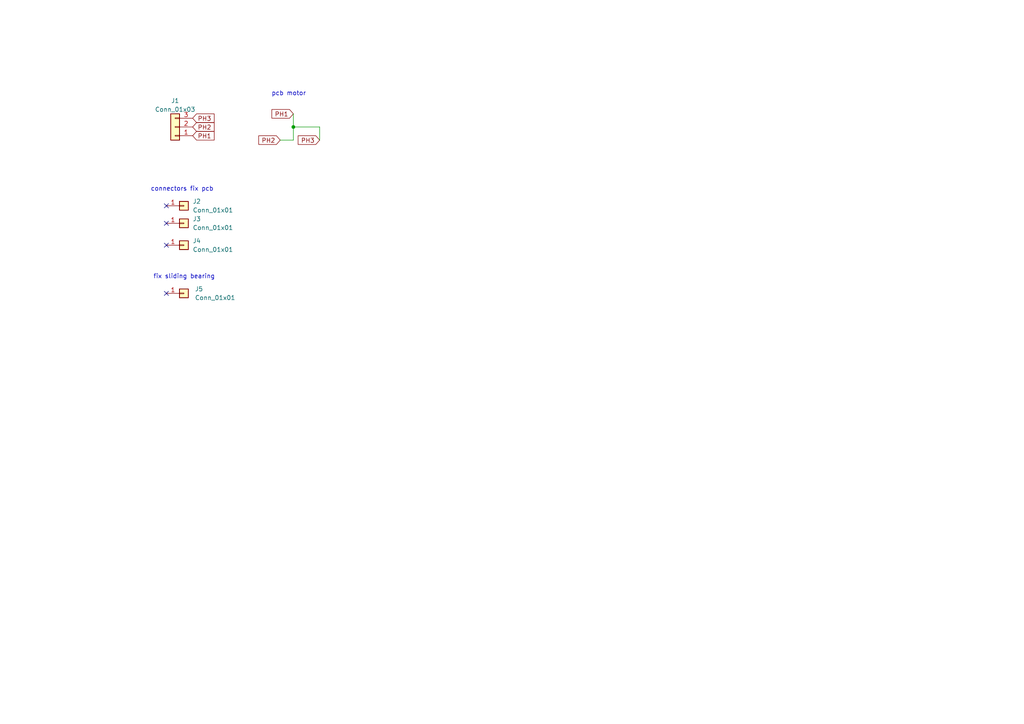
<source format=kicad_sch>
(kicad_sch (version 20231120) (generator "eeschema") (generator_version "8.0")
  (paper "A4")
  (title_block (title "Scanhead PCB") (rev "0.1") (company "Hexastorm") (comment 1 "Author: Rik Starmans"))
  (lib_symbols
    (symbol "Connector_Generic:Conn_01x01" (pin_names (offset 1.016) hide)
      (property "Reference" "J" (at 0 2.54 0))
      (property "Value" "Conn_01x01" (at 0 -2.54 0))
      (symbol "Conn_01x01_1_1"
        (rectangle (start -1.27 0.127) (end 0 -0.127) (stroke (width 0.1524)))
        (rectangle (start -1.27 1.27) (end 1.27 -1.27) (stroke (width 0.254)) (fill (type background)))
        (pin passive line (at -5.08 0 0) (length 3.81) (name "Pin_1") (number "1"))
      )
    )
    (symbol "Connector_Generic:Conn_01x03" (pin_names (offset 1.016) hide)
      (property "Reference" "J" (at 0 5.08 0))
      (property "Value" "Conn_01x03" (at 0 -5.08 0))
      (symbol "Conn_01x03_1_1"
        (rectangle (start -1.27 -2.413) (end 0 -2.667) (stroke (width 0.1524)))
        (rectangle (start -1.27 0.127) (end 0 -0.127) (stroke (width 0.1524)))
        (rectangle (start -1.27 2.667) (end 0 2.413) (stroke (width 0.1524)))
        (rectangle (start -1.27 3.81) (end 1.27 -3.81) (stroke (width 0.254)) (fill (type background)))
        (pin passive line (at -5.08 2.54 0) (length 3.81) (name "Pin_1") (number "1"))
        (pin passive line (at -5.08 0 0) (length 3.81) (name "Pin_2") (number "2"))
        (pin passive line (at -5.08 -2.54 0) (length 3.81) (name "Pin_3") (number "3"))
      )
    )
  )
  (junction (at 85.09 36.83))
  (no_connect (at 48.26 59.69))
  (no_connect (at 48.26 71.12))
  (no_connect (at 48.26 64.77))
  (no_connect (at 48.26 85.09))
  (wire (pts (xy 81.28 40.64) (xy 85.09 40.64)))
  (wire (pts (xy 85.09 36.83) (xy 85.09 40.64)))
  (wire (pts (xy 85.09 33.02) (xy 85.09 36.83)))
  (wire (pts (xy 92.71 36.83) (xy 92.71 40.64)))
  (wire (pts (xy 85.09 36.83) (xy 92.71 36.83)))
  (text "fix sliding bearing" (at 44.45 81.026 0) (effects (font (size 1.27 1.27)) (justify left bottom)))
  (text "pcb motor" (at 78.74 27.94 0) (effects (font (size 1.27 1.27)) (justify left bottom)))
  (text "connectors fix pcb" (at 43.688 55.626 0) (effects (font (size 1.27 1.27)) (justify left bottom)))
  (global_label "PH1" (shape input) (at 55.88 39.37 0) (property "Intersheetrefs" "${INTERSHEET_REFS}" (effects (hide yes))))
  (global_label "PH2" (shape input) (at 55.88 36.83 0) (property "Intersheetrefs" "${INTERSHEET_REFS}" (effects (hide yes))))
  (global_label "PH1" (shape input) (at 85.09 33.02 180) (property "Intersheetrefs" "${INTERSHEET_REFS}" (effects (hide yes))))
  (global_label "PH3" (shape input) (at 55.88 34.29 0) (property "Intersheetrefs" "${INTERSHEET_REFS}" (effects (hide yes))))
  (global_label "PH2" (shape input) (at 81.28 40.64 180) (property "Intersheetrefs" "${INTERSHEET_REFS}" (effects (hide yes))))
  (global_label "PH3" (shape input) (at 92.71 40.64 180) (property "Intersheetrefs" "${INTERSHEET_REFS}" (effects (hide yes))))
  (symbol (lib_id "Connector_Generic:Conn_01x01") (at 53.34 85.09 0) (unit 1)
    (property "Reference" "J5" (at 56.515 83.82 0) (effects (justify left)))
    (property "Value" "Conn_01x01" (at 56.515 86.36 0) (effects (justify left)))
    (property "Footprint" "pcbmotor:motorconnector_D8.0mm_Drill4.1mm" (effects (hide yes)))
  )
  (symbol (lib_id "Connector_Generic:Conn_01x03") (at 50.8 36.83 180) (unit 1)
    (property "Reference" "J1" (at 50.8 29.21 0))
    (property "Value" "Conn_01x03" (at 50.8 31.75 0))
    (property "Footprint" "pcbmotor:PinHeader_1x03_P2.54mm_Vertical" (effects (hide yes)))
  )
  (symbol (lib_id "Connector_Generic:Conn_01x01") (at 53.34 59.69 0) (unit 1)
    (property "Reference" "J2" (at 55.88 58.42 0) (effects (justify left)))
    (property "Value" "Conn_01x01" (at 55.88 60.96 0) (effects (justify left)))
    (property "Footprint" "pcbmotor:PinHeader_1x01_P2.54mm_Vertical" (effects (hide yes)))
  )
  (symbol (lib_id "Connector_Generic:Conn_01x01") (at 53.34 64.77 0) (unit 1)
    (property "Reference" "J3" (at 55.88 63.5 0) (effects (justify left)))
    (property "Value" "Conn_01x01" (at 55.88 66.04 0) (effects (justify left)))
    (property "Footprint" "pcbmotor:PinHeader_1x01_P2.54mm_Vertical" (effects (hide yes)))
  )
  (symbol (lib_id "Connector_Generic:Conn_01x01") (at 53.34 71.12 0) (unit 1)
    (property "Reference" "J4" (at 55.88 69.85 0) (effects (justify left)))
    (property "Value" "Conn_01x01" (at 55.88 72.39 0) (effects (justify left)))
    (property "Footprint" "pcbmotor:PinHeader_1x01_P2.54mm_Vertical" (effects (hide yes)))
  )
)
</source>
